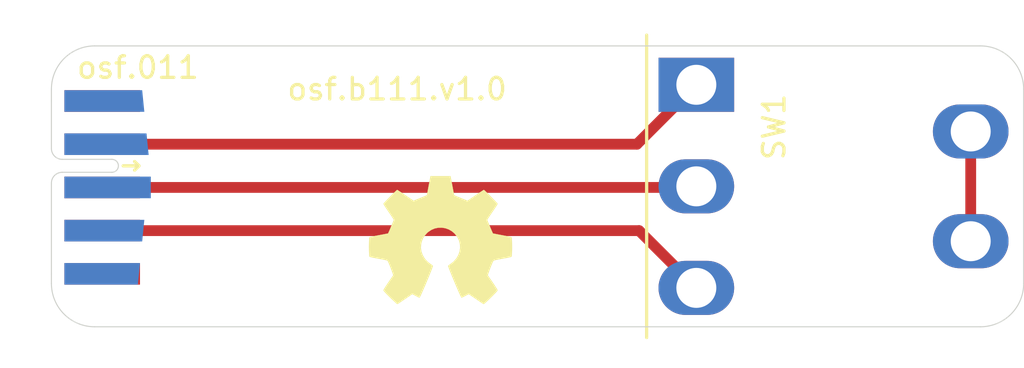
<source format=kicad_pcb>
(kicad_pcb (version 20211014) (generator pcbnew)
  (layers (0 "F.Cu" signal) (31 "B.Cu" signal) (34 "B.Paste" user) (35 "F.Paste" user) (36 "B.SilkS" user "B.Silkscreen") (37 "F.SilkS" user "F.Silkscreen") (38 "B.Mask" user) (39 "F.Mask" user) (44 "Edge.Cuts" user))
  (net 0 "")
  (net 2 "/switch/1")
  (net 3 "/switch/P")
  (net 4 "/switch/2")
  (net 11 "Net-(SW1-PadS1)")
  (footprint "Symbol:OSHW-Symbol_6.7x6mm_SilkScreen" (layer "F.Cu") (at 137 100)
    (fp_text reference "LOGO1" hide)
    (fp_text value "Logo_Open_Hardware_Small" hide)
    (fp_poly (pts (xy 0.555814 -2.531069) (xy 0.639635 -2.086445) (xy 0.94892 -1.958947) (xy 1.258206 -1.831449) (xy 1.629246 -2.083754) (xy 1.733157 -2.154004) (xy 1.827087 -2.216728) (xy 1.906652 -2.269062) (xy 1.96747 -2.308143) (xy 2.005157 -2.331107) (xy 2.015421 -2.336058) (xy 2.03391 -2.323324) (xy 2.07342 -2.288118) (xy 2.129522 -2.234938) (xy 2.197787 -2.168282) (xy 2.273786 -2.092646) (xy 2.353092 -2.012528) (xy 2.431275 -1.932426) (xy 2.503907 -1.856836) (xy 2.566559 -1.790255) (xy 2.614803 -1.737182) (xy 2.64421 -1.702113) (xy 2.651241 -1.690377) (xy 2.641123 -1.66874) (xy 2.612759 -1.621338) (xy 2.569129 -1.552807) (xy 2.513218 -1.467785) (xy 2.448006 -1.370907) (xy 2.410219 -1.31565) (xy 2.341343 -1.214752) (xy 2.28014 -1.123701) (xy 2.229578 -1.04703) (xy 2.192628 -0.989272) (xy 2.172258 -0.954957) (xy 2.169197 -0.947746) (xy 2.176136 -0.927252) (xy 2.195051 -0.879487) (xy 2.223087 -0.811168) (xy 2.257391 -0.729011) (xy 2.295109 -0.63973) (xy 2.333387 -0.550042) (xy 2.36937 -0.466662) (xy 2.400206 -0.396306) (xy 2.423039 -0.34569) (xy 2.435017 -0.321529) (xy 2.435724 -0.320578) (xy 2.454531 -0.315964) (xy 2.504618 -0.305672) (xy 2.580793 -0.290713) (xy 2.677865 -0.272099) (xy 2.790643 -0.250841) (xy 2.856442 -0.238582) (xy 2.97695 -0.215638) (xy 3.085797 -0.193805) (xy 3.177476 -0.174278) (xy 3.246481 -0.158252) (xy 3.287304 -0.146921) (xy 3.295511 -0.143326) (xy 3.303548 -0.118994) (xy 3.310033 -0.064041) (xy 3.31497 0.015108) (xy 3.318364 0.112026) (xy 3.320218 0.220287) (xy 3.320538 0.333465) (xy 3.319327 0.445135) (xy 3.31659 0.548868) (xy 3.312331 0.638241) (xy 3.306555 0.706826) (xy 3.299267 0.748197) (xy 3.294895 0.75681) (xy 3.268764 0.767133) (xy 3.213393 0.781892) (xy 3.136107 0.799352) (xy 3.04423 0.81778) (xy 3.012158 0.823741) (xy 2.857524 0.852066) (xy 2.735375 0.874876) (xy 2.641673 0.89308) (xy 2.572384 0.907583) (xy 2.523471 0.919292) (xy 2.490897 0.929115) (xy 2.470628 0.937956) (xy 2.458626 0.946724) (xy 2.456947 0.948457) (xy 2.440184 0.976371) (xy 2.414614 1.030695) (xy 2.382788 1.104777) (xy 2.34726 1.191965) (xy 2.310583 1.285608) (xy 2.275311 1.379052) (xy 2.243996 1.465647) (xy 2.219193 1.53874) (xy 2.203454 1.591678) (xy 2.199332 1.617811) (xy 2.199676 1.618726) (xy 2.213641 1.640086) (xy 2.245322 1.687084) (xy 2.291391 1.754827) (xy 2.348518 1.838423) (xy 2.413373 1.932982) (xy 2.431843 1.959854) (xy 2.497699 2.057275) (xy 2.55565 2.146163) (xy 2.602538 2.221412) (xy 2.635207 2.27792) (xy 2.6505 2.310581) (xy 2.651241 2.314593) (xy 2.638392 2.335684) (xy 2.602888 2.377464) (xy 2.549293 2.435445) (xy 2.482171 2.505135) (xy 2.406087 2.582045) (xy 2.325604 2.661683) (xy 2.245287 2.739561) (xy 2.169699 2.811186) (xy 2.103405 2.87207) (xy 2.050969 2.917721) (xy 2.016955 2.94365) (xy 2.007545 2.947883) (xy 1.985643 2.937912) (xy 1.9408 2.91102) (xy 1.880321 2.871736) (xy 1.833789 2.840117) (xy 1.749475 2.782098) (xy 1.649626 2.713784) (xy 1.549473 2.645579) (xy 1.495627 2.609075) (xy 1.313371 2.4858) (xy 1.160381 2.56852) (xy 1.090682 2.604759) (xy 1.031414 2.632926) (xy 0.991311 2.648991) (xy 0.981103 2.651226) (xy 0.968829 2.634722) (xy 0.944613 2.588082) (xy 0.910263 2.515609) (xy 0.867588 2.421606) (xy 0.818394 2.310374) (xy 0.76449 2.186215) (xy 0.707684 2.053432) (xy 0.649782 1.916327) (xy 0.592593 1.779202) (xy 0.537924 1.646358) (xy 0.487584 1.522098) (xy 0.44338 1.410725) (xy 0.407119 1.316539) (xy 0.380609 1.243844) (xy 0.365658 1.196941) (xy 0.363254 1.180833) (xy 0.382311 1.160286) (xy 0.424036 1.126933) (xy 0.479706 1.087702) (xy 0.484378 1.084599) (xy 0.628264 0.969423) (xy 0.744283 0.835053) (xy 0.83143 0.685784) (xy 0.888699 0.525913) (xy 0.915086 0.359737) (xy 0.909585 0.191552) (xy 0.87119 0.025655) (xy 0.798895 -0.133658) (xy 0.777626 -0.168513) (xy 0.666996 -0.309263) (xy 0.536302 -0.422286) (xy 0.390064 -0.506997) (xy 0.232808 -0.562806) (xy 0.069057 -0.589126) (xy -0.096667 -0.58537) (xy -0.259838 -0.55095) (xy -0.415935 -0.485277) (xy -0.560433 -0.387765) (xy -0.605131 -0.348187) (xy -0.718888 -0.224297) (xy -0.801782 -0.093876) (xy -0.858644 0.052315) (xy -0.890313 0.197088) (xy -0.898131 0.35986) (xy -0.872062 0.52344) (xy -0.814755 0.682298) (xy -0.728856 0.830906) (xy -0.617014 0.963735) (xy -0.481877 1.075256) (xy -0.464117 1.087011) (xy -0.40785 1.125508) (xy -0.365077 1.158863) (xy -0.344628 1.18016) (xy -0.344331 1.180833) (xy -0.348721 1.203871) (xy -0.366124 1.256157) (xy -0.394732 1.33339) (xy -0.432735 1.431268) (xy -0.478326 1.545491) (xy -0.529697 1.671758) (xy -0.585038 1.805767) (xy -0.642542 1.943218) (xy -0.700399 2.079808) (xy -0.756802 2.211237) (xy -0.809942 2.333205) (xy -0.85801 2.441409) (xy -0.899199 2.531549) (xy -0.931699 2.599323) (xy -0.953703 2.64043) (xy -0.962564 2.651226) (xy -0.98964 2.642819) (xy -1.040303 2.620272) (xy -1.105817 2.587613) (xy -1.141841 2.56852) (xy -1.294832 2.4858) (xy -1.477088 2.609075) (xy -1.570125 2.672228) (xy -1.671985 2.741727) (xy -1.767438 2.807165) (xy -1.81525 2.840117) (xy -1.882495 2.885273) (xy -1.939436 2.921057) (xy -1.978646 2.942938) (xy -1.991381 2.947563) (xy -2.009917 2.935085) (xy -2.050941 2.900252) (xy -2.110475 2.846678) (xy -2.184542 2.777983) (xy -2.269165 2.697781) (xy -2.322685 2.646286) (xy -2.416319 2.554286) (xy -2.497241 2.471999) (xy -2.562177 2.402945) (xy -2.607858 2.350644) (xy -2.631011 2.318616) (xy -2.633232 2.312116) (xy -2.622924 2.287394) (xy -2.594439 2.237405) (xy -2.550937 2.167212) (xy -2.495577 2.081875) (xy -2.43152 1.986456) (xy -2.413303 1.959854) (xy -2.346927 1.863167) (xy -2.287378 1.776117) (xy -2.237984 1.703595) (xy -2.202075 1.650493) (xy -2.182981 1.621703) (xy -2.181136 1.618726) (xy -2.183895 1.595782) (xy -2.198538 1.545336) (xy -2.222513 1.474041) (xy -2.253266 1.388547) (xy -2.288244 1.295507) (xy -2.324893 1.201574) (xy -2.360661 1.113399) (xy -2.392994 1.037634) (xy -2.419338 0.980931) (xy -2.437142 0.949943) (xy -2.438407 0.948457) (xy -2.449294 0.939601) (xy -2.467682 0.930843) (xy -2.497606 0.921277) (xy -2.543103 0.909996) (xy -2.608209 0.896093) (xy -2.696961 0.878663) (xy -2.813393 0.856798) (xy -2.961542 0.829591) (xy -2.993618 0.823741) (xy -3.088686 0.805374) (xy -3.171565 0.787405) (xy -3.23493 0.771569) (xy -3.271458 0.7596) (xy -3.276356 0.75681) (xy -3.284427 0.732072) (xy -3.290987 0.67679) (xy -3.296033 0.597389) (xy -3.299559 0.500296) (xy -3.301561 0.391938) (xy -3.302036 0.27874) (xy -3.300977 0.167128) (xy -3.298382 0.063529) (xy -3.294246 -0.025632) (xy -3.288563 -0.093928) (xy -3.281331 -0.134934) (xy -3.276971 -0.143326) (xy -3.252698 -0.151792) (xy -3.197426 -0.165565) (xy -3.116662 -0.18345) (xy -3.015912 -0.204252) (xy -2.900683 -0.226777) (xy -2.837902 -0.238582) (xy -2.718787 -0.260849) (xy -2.612565 -0.281021) (xy -2.524427 -0.298085) (xy -2.459566 -0.311031) (xy -2.423174 -0.318845) (xy -2.417184 -0.320578) (xy -2.407061 -0.34011) (xy -2.385662 -0.387157) (xy -2.355839 -0.454997) (xy -2.320445 -0.536909) (xy -2.282332 -0.626172) (xy -2.244353 -0.716065) (xy -2.20936 -0.799865) (xy -2.180206 -0.870853) (xy -2.159743 -0.922306) (xy -2.150823 -0.947503) (xy -2.150657 -0.948604) (xy -2.160769 -0.968481) (xy -2.189117 -1.014223) (xy -2.232723 -1.081283) (xy -2.288606 -1.165116) (xy -2.353787 -1.261174) (xy -2.391679 -1.31635) (xy -2.460725 -1.417519) (xy -2.52205 -1.50937) (xy -2.572663 -1.587256) (xy -2.609571 -1.646531) (xy -2.629782 -1.682549) (xy -2.632701 -1.690623) (xy -2.620153 -1.709416) (xy -2.585463 -1.749543) (xy -2.533063 -1.806507) (xy -2.467384 -1.875815) (xy -2.392856 -1.952969) (xy -2.313913 -2.033475) (xy -2.234983 -2.112837) (xy -2.1605 -2.18656) (xy -2.094894 -2.250148) (xy -2.042596 -2.299106) (xy -2.008039 -2.328939) (xy -1.996478 -2.336058) (xy -1.977654 -2.326047) (xy -1.932631 -2.297922) (xy -1.865787 -2.254546) (xy -1.781499 -2.198782) (xy -1.684144 -2.133494) (xy -1.610707 -2.083754) (xy -1.239667 -1.831449) (xy -0.621095 -2.086445) (xy -0.537275 -2.531069) (xy -0.453454 -2.975693) (xy 0.471994 -2.975693) (xy 0.555814 -2.531069)) (layer "F.SilkS") (width 0.01) (fill solid))
  )
  (footprint "b111:SW_CuK_E103MD1ABE_SPDT_Angled" (layer "F.Cu") (at 148.85 97.5 90)
    (fp_text reference "SW1" (at 2.75 3.6 90) (layer "F.SilkS"))
    (fp_text value "SW_SPDT")
    (fp_line (start -7 -2.3) (end 7 -2.3) (layer "F.SilkS") (width 0.15))
    (pad "1" thru_hole rect (at 4.7 0 90) (size 2.5 3.5) (drill 1.85) (layers *.Cu *.Mask) (net 2 "/switch/1"))
    (pad "2" thru_hole oval (at 0 0 90) (size 2.5 3.5) (drill 1.85) (layers *.Cu *.Mask) (net 3 "/switch/P"))
    (pad "3" thru_hole oval (at -4.7 0 270) (size 2.5 3.5) (drill 1.85) (layers *.Cu *.Mask) (net 4 "/switch/2"))
    (pad "S1" thru_hole oval (at 2.54 12.7 90) (size 2.5 3.5) (drill 1.85) (layers *.Cu *.Mask) (net 11 "Net-(SW1-PadS1)"))
    (pad "S2" thru_hole oval (at -2.54 12.7 90) (size 2.5 3.5) (drill 1.85) (layers *.Cu *.Mask) (net 11 "Net-(SW1-PadS1)"))
  )
  (footprint "on_edge:on_edge_2x05_device" (layer "F.Cu") (at 119 97.55 -90)
    (fp_text reference "J1")
    (fp_text value "011_GPIO")
    (fp_line (start -1.2 -3.85) (end -1 -4.05) (layer "F.SilkS") (width 0.153))
    (fp_line (start -1 -4.05) (end -0.8 -3.85) (layer "F.SilkS") (width 0.153))
    (fp_line (start -1 -4.05) (end -1 -3.323) (layer "F.SilkS") (width 0.153))
    (fp_line (start -0.7 -0.5) (end -0.7 -2.8) (layer "Edge.Cuts") (width 0.05))
    (fp_line (start -0.2 0) (end 4 0) (layer "Edge.Cuts") (width 0.05))
    (fp_line (start -4 0) (end -1.8 0) (layer "Edge.Cuts") (width 0.05))
    (fp_line (start -1.3 -2.8) (end -1.3 -0.5) (layer "Edge.Cuts") (width 0.05))
    (fp_arc (start -0.2 0) (mid -0.553553 -0.146447) (end -0.7 -0.5) (layer "Edge.Cuts") (width 0.05))
    (fp_arc (start -1.3 -2.8) (mid -1 -3.1) (end -0.7 -2.8) (layer "Edge.Cuts") (width 0.05))
    (fp_arc (start -1.3 -0.5) (mid -1.446447 -0.146447) (end -1.8 0) (layer "Edge.Cuts") (width 0.05))
    (pad "1" smd rect (at -4 -2.35 90) (size 1 3.5) (layers "F.Cu" "F.Mask"))
    (pad "2" smd rect (at -2 -2.35 270) (size 1 3.5) (layers "F.Cu" "F.Mask") (net 2 "/switch/1"))
    (pad "3" smd rect (at 0 -2.35 270) (size 1 3.5) (layers "F.Cu" "F.Mask") (net 3 "/switch/P"))
    (pad "4" smd rect (at 2 -2.35 90) (size 1 3.5) (layers "F.Cu" "F.Mask") (net 4 "/switch/2"))
    (pad "5" smd rect (at 4 -2.35 90) (size 1 3.5) (layers "F.Cu" "F.Mask"))
    (pad "6" smd custom (at -4 -2.4 270) (size 1 3.6) (layers "B.Cu" "B.Mask") (options (clearance outline) (anchor rect)) (primitives (gr_poly (pts (xy 0.5 -1.8) (xy 0.5 -1.9) (xy -0.5 -1.8)) (width 0) (fill yes))))
    (pad "7" smd custom (at -2 -2.1 270) (size 1 3) (layers "B.Cu" "B.Mask") (options (clearance outline) (anchor rect)) (primitives (gr_poly (pts (xy 0.3 -0.51) (xy 0.31 -0.62) (xy 0.33 -0.7) (xy 0.35 -0.76) (xy 0.37 -0.81) (xy 0.4 -0.86) (xy 0.44 -0.92) (xy 0.48 -0.97) (xy 0.5 -0.99) (xy 0.5 -2.4) (xy -0.5 -2.3) (xy -0.5 1.5) (xy 0.3 1.5)) (width 0) (fill yes))))
    (pad "8" smd rect (at 0 -2.6 270) (size 1 4) (layers "B.Cu" "B.Mask"))
    (pad "9" smd custom (at 2 -2.4 270) (size 1 3.6) (layers "B.Cu" "B.Mask") (options (clearance outline) (anchor rect)) (primitives (gr_poly (pts (xy -0.5 -1.8) (xy -0.5 -1.9) (xy 0.5 -1.8)) (width 0) (fill yes))))
    (pad "10" smd custom (at 4 -2.3 270) (size 1 3.4) (layers "B.Cu" "B.Mask") (options (clearance outline) (anchor rect)) (primitives (gr_poly (pts (xy -0.5 -1.7) (xy -0.5 -1.8) (xy 0.5 -1.7)) (width 0) (fill yes))))
  )
  (gr_line (start 162 104) (end 121 104) (layer "Edge.Cuts") (width 0.05))
  (gr_arc (start 119 93) (mid 119.585786 91.585786) (end 121 91) (layer "Edge.Cuts") (width 0.05))
  (gr_line (start 119 101.55) (end 119 102) (layer "Edge.Cuts") (width 0.05))
  (gr_line (start 121 91) (end 162 91) (layer "Edge.Cuts") (width 0.05))
  (gr_arc (start 121 104) (mid 119.585786 103.414214) (end 119 102) (layer "Edge.Cuts") (width 0.05))
  (gr_line (start 119 93.55) (end 119 93) (layer "Edge.Cuts") (width 0.05))
  (gr_arc (start 162 91) (mid 163.414214 91.585786) (end 164 93) (layer "Edge.Cuts") (width 0.05))
  (gr_line (start 164 93) (end 164 102) (layer "Edge.Cuts") (width 0.05))
  (gr_arc (start 164 102) (mid 163.414214 103.414214) (end 162 104) (layer "Edge.Cuts") (width 0.05))
  (gr_text "osf.b111.v1.0" (at 135 93) (layer "F.SilkS") (effects (font (size 1 1))))
  (gr_text "osf.011" (at 123 92) (layer "F.SilkS") (effects (font (size 1 1))))
  (segment (start 121.35 95.55) (end 146.1 95.55) (width 0.5) (layer "F.Cu") (net 2))
  (segment (start 146.1 95.55) (end 148.85 92.8) (width 0.5) (layer "F.Cu") (net 2))
  (segment (start 121.35 97.55) (end 148.8 97.55) (width 0.5) (layer "F.Cu") (net 3))
  (segment (start 148.8 97.55) (end 148.85 97.5) (width 0.5) (layer "F.Cu") (net 3))
  (segment (start 146.2 99.55) (end 148.85 102.2) (width 0.5) (layer "F.Cu") (net 4))
  (segment (start 121.35 99.55) (end 146.2 99.55) (width 0.5) (layer "F.Cu") (net 4))
  (segment (start 161.55 94.96) (end 161.55 100.04) (width 0.5) (layer "F.Cu") (net 11))
)
</source>
